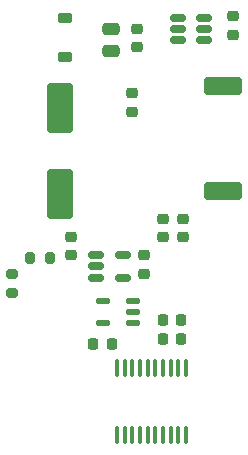
<source format=gbr>
%TF.GenerationSoftware,KiCad,Pcbnew,8.0.9-8.0.9-0~ubuntu24.04.1*%
%TF.CreationDate,2025-04-14T22:12:55+02:00*%
%TF.ProjectId,FastLapLights5V,46617374-4c61-4704-9c69-676874733556,MK6*%
%TF.SameCoordinates,Original*%
%TF.FileFunction,Paste,Top*%
%TF.FilePolarity,Positive*%
%FSLAX46Y46*%
G04 Gerber Fmt 4.6, Leading zero omitted, Abs format (unit mm)*
G04 Created by KiCad (PCBNEW 8.0.9-8.0.9-0~ubuntu24.04.1) date 2025-04-14 22:12:55*
%MOMM*%
%LPD*%
G01*
G04 APERTURE LIST*
G04 Aperture macros list*
%AMRoundRect*
0 Rectangle with rounded corners*
0 $1 Rounding radius*
0 $2 $3 $4 $5 $6 $7 $8 $9 X,Y pos of 4 corners*
0 Add a 4 corners polygon primitive as box body*
4,1,4,$2,$3,$4,$5,$6,$7,$8,$9,$2,$3,0*
0 Add four circle primitives for the rounded corners*
1,1,$1+$1,$2,$3*
1,1,$1+$1,$4,$5*
1,1,$1+$1,$6,$7*
1,1,$1+$1,$8,$9*
0 Add four rect primitives between the rounded corners*
20,1,$1+$1,$2,$3,$4,$5,0*
20,1,$1+$1,$4,$5,$6,$7,0*
20,1,$1+$1,$6,$7,$8,$9,0*
20,1,$1+$1,$8,$9,$2,$3,0*%
G04 Aperture macros list end*
%ADD10RoundRect,0.225000X-0.250000X0.225000X-0.250000X-0.225000X0.250000X-0.225000X0.250000X0.225000X0*%
%ADD11RoundRect,0.225000X0.250000X-0.225000X0.250000X0.225000X-0.250000X0.225000X-0.250000X-0.225000X0*%
%ADD12RoundRect,0.250000X-0.475000X0.250000X-0.475000X-0.250000X0.475000X-0.250000X0.475000X0.250000X0*%
%ADD13RoundRect,0.225000X-0.225000X-0.250000X0.225000X-0.250000X0.225000X0.250000X-0.225000X0.250000X0*%
%ADD14RoundRect,0.150000X-0.512500X-0.150000X0.512500X-0.150000X0.512500X0.150000X-0.512500X0.150000X0*%
%ADD15RoundRect,0.200000X-0.275000X0.200000X-0.275000X-0.200000X0.275000X-0.200000X0.275000X0.200000X0*%
%ADD16RoundRect,0.125000X-0.500000X0.125000X-0.500000X-0.125000X0.500000X-0.125000X0.500000X0.125000X0*%
%ADD17RoundRect,0.220000X-0.880000X1.880000X-0.880000X-1.880000X0.880000X-1.880000X0.880000X1.880000X0*%
%ADD18RoundRect,0.225000X0.375000X-0.225000X0.375000X0.225000X-0.375000X0.225000X-0.375000X-0.225000X0*%
%ADD19RoundRect,0.100000X-0.100000X0.637500X-0.100000X-0.637500X0.100000X-0.637500X0.100000X0.637500X0*%
%ADD20RoundRect,0.400000X-1.250000X-0.400000X1.250000X-0.400000X1.250000X0.400000X-1.250000X0.400000X0*%
%ADD21RoundRect,0.200000X0.200000X0.275000X-0.200000X0.275000X-0.200000X-0.275000X0.200000X-0.275000X0*%
G04 APERTURE END LIST*
D10*
%TO.C,C7*%
X53800000Y-95500000D03*
X53800000Y-97050000D03*
%TD*%
%TO.C,C6*%
X54200000Y-90025000D03*
X54200000Y-91575000D03*
%TD*%
D11*
%TO.C,C5*%
X62362500Y-90525000D03*
X62362500Y-88975000D03*
%TD*%
D10*
%TO.C,C11*%
X54800000Y-109225000D03*
X54800000Y-110775000D03*
%TD*%
D12*
%TO.C,C4*%
X52050000Y-90050000D03*
X52050000Y-91950000D03*
%TD*%
D13*
%TO.C,C2*%
X56425000Y-116300000D03*
X57975000Y-116300000D03*
%TD*%
D11*
%TO.C,C10*%
X48600000Y-109175000D03*
X48600000Y-107625000D03*
%TD*%
D13*
%TO.C,C12*%
X50525000Y-116700000D03*
X52075000Y-116700000D03*
%TD*%
D14*
%TO.C,U2*%
X57662500Y-89100000D03*
X57662500Y-90050000D03*
X57662500Y-91000000D03*
X59937500Y-91000000D03*
X59937500Y-90050000D03*
X59937500Y-89100000D03*
%TD*%
D15*
%TO.C,R3*%
X43600000Y-110775000D03*
X43600000Y-112425000D03*
%TD*%
D16*
%TO.C,IC1*%
X53850000Y-114950000D03*
X53850000Y-114000000D03*
X53850000Y-113050000D03*
X51350000Y-113050000D03*
X51350000Y-114950000D03*
%TD*%
D17*
%TO.C,C3*%
X47700000Y-96750000D03*
X47700000Y-104050000D03*
%TD*%
D10*
%TO.C,C8*%
X56400000Y-106125000D03*
X56400000Y-107675000D03*
%TD*%
%TO.C,C9*%
X58100000Y-106125000D03*
X58100000Y-107675000D03*
%TD*%
D18*
%TO.C,D1*%
X48100000Y-92450000D03*
X48100000Y-89150000D03*
%TD*%
D19*
%TO.C,U1*%
X58375000Y-118737500D03*
X57725000Y-118737500D03*
X57075000Y-118737500D03*
X56425000Y-118737500D03*
X55775000Y-118737500D03*
X55125000Y-118737500D03*
X54475000Y-118737500D03*
X53825000Y-118737500D03*
X53175000Y-118737500D03*
X52525000Y-118737500D03*
X52525000Y-124462500D03*
X53175000Y-124462500D03*
X53825000Y-124462500D03*
X54475000Y-124462500D03*
X55125000Y-124462500D03*
X55775000Y-124462500D03*
X56425000Y-124462500D03*
X57075000Y-124462500D03*
X57725000Y-124462500D03*
X58375000Y-124462500D03*
%TD*%
D13*
%TO.C,C1*%
X56425000Y-114700000D03*
X57975000Y-114700000D03*
%TD*%
D14*
%TO.C,U3*%
X50750000Y-109200000D03*
X50750000Y-110150000D03*
X50750000Y-111100000D03*
X53025000Y-111100000D03*
X53025000Y-109200000D03*
%TD*%
D20*
%TO.C,L1*%
X61500000Y-94850000D03*
X61500000Y-103750000D03*
%TD*%
D21*
%TO.C,R2*%
X46825000Y-109400000D03*
X45175000Y-109400000D03*
%TD*%
M02*

</source>
